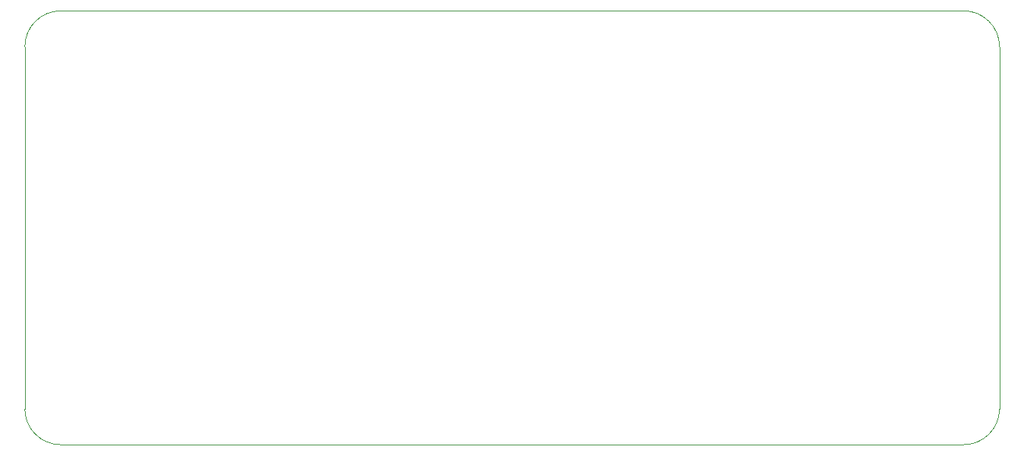
<source format=gbr>
%TF.GenerationSoftware,KiCad,Pcbnew,7.0.7*%
%TF.CreationDate,2024-04-17T16:30:56-07:00*%
%TF.ProjectId,power_board_12V,706f7765-725f-4626-9f61-72645f313256,rev?*%
%TF.SameCoordinates,Original*%
%TF.FileFunction,Profile,NP*%
%FSLAX46Y46*%
G04 Gerber Fmt 4.6, Leading zero omitted, Abs format (unit mm)*
G04 Created by KiCad (PCBNEW 7.0.7) date 2024-04-17 16:30:56*
%MOMM*%
%LPD*%
G01*
G04 APERTURE LIST*
%TA.AperFunction,Profile*%
%ADD10C,0.100000*%
%TD*%
G04 APERTURE END LIST*
D10*
X175832000Y-99212400D02*
X75120000Y-99212400D01*
X71120000Y-95212400D02*
G75*
G03*
X75120000Y-99212400I4000000J0D01*
G01*
X179832000Y-54800000D02*
G75*
G03*
X175832000Y-50800000I-4000000J0D01*
G01*
X75120000Y-50800000D02*
G75*
G03*
X71120000Y-54800000I0J-4000000D01*
G01*
X71120000Y-95212400D02*
X71120000Y-54800000D01*
X75120000Y-50800000D02*
X175832000Y-50800000D01*
X179832000Y-54800000D02*
X179832000Y-95212400D01*
X175832000Y-99212400D02*
G75*
G03*
X179832000Y-95212400I0J4000000D01*
G01*
M02*

</source>
